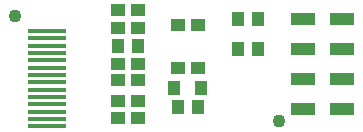
<source format=gts>
G04 EAGLE Gerber RS-274X export*
G75*
%MOMM*%
%FSLAX34Y34*%
%LPD*%
%INSoldermask Top*%
%IPPOS*%
%AMOC8*
5,1,8,0,0,1.08239X$1,22.5*%
G01*
%ADD10R,1.201600X1.101600*%
%ADD11R,1.101600X1.301600*%
%ADD12R,2.101600X1.101600*%
%ADD13R,3.301600X0.451600*%
%ADD14R,1.101600X1.201600*%
%ADD15C,1.101600*%


D10*
X103260Y15240D03*
X120260Y15240D03*
X120260Y29210D03*
X103260Y29210D03*
X120260Y46990D03*
X103260Y46990D03*
X171060Y93980D03*
X154060Y93980D03*
X120260Y91440D03*
X103260Y91440D03*
X171060Y57150D03*
X154060Y57150D03*
X120260Y106680D03*
X103260Y106680D03*
X120260Y60960D03*
X103260Y60960D03*
D11*
X174060Y40640D03*
X151060Y40640D03*
D12*
X293360Y73660D03*
X293360Y22860D03*
X260360Y99060D03*
X260360Y48260D03*
X260360Y22860D03*
X293360Y48260D03*
X260360Y73660D03*
X293360Y99060D03*
D13*
X43160Y7960D03*
X43160Y14160D03*
X43160Y20360D03*
X43160Y26560D03*
X43160Y32760D03*
X43160Y38960D03*
X43160Y45160D03*
X43160Y51360D03*
X43160Y57560D03*
X43160Y63760D03*
X43160Y69960D03*
X43160Y76160D03*
X43160Y82360D03*
X43160Y88560D03*
D14*
X120260Y76200D03*
X103260Y76200D03*
X221860Y73660D03*
X204860Y73660D03*
X221860Y99060D03*
X204860Y99060D03*
X154060Y24130D03*
X171060Y24130D03*
D15*
X16510Y101600D03*
X240030Y12700D03*
M02*

</source>
